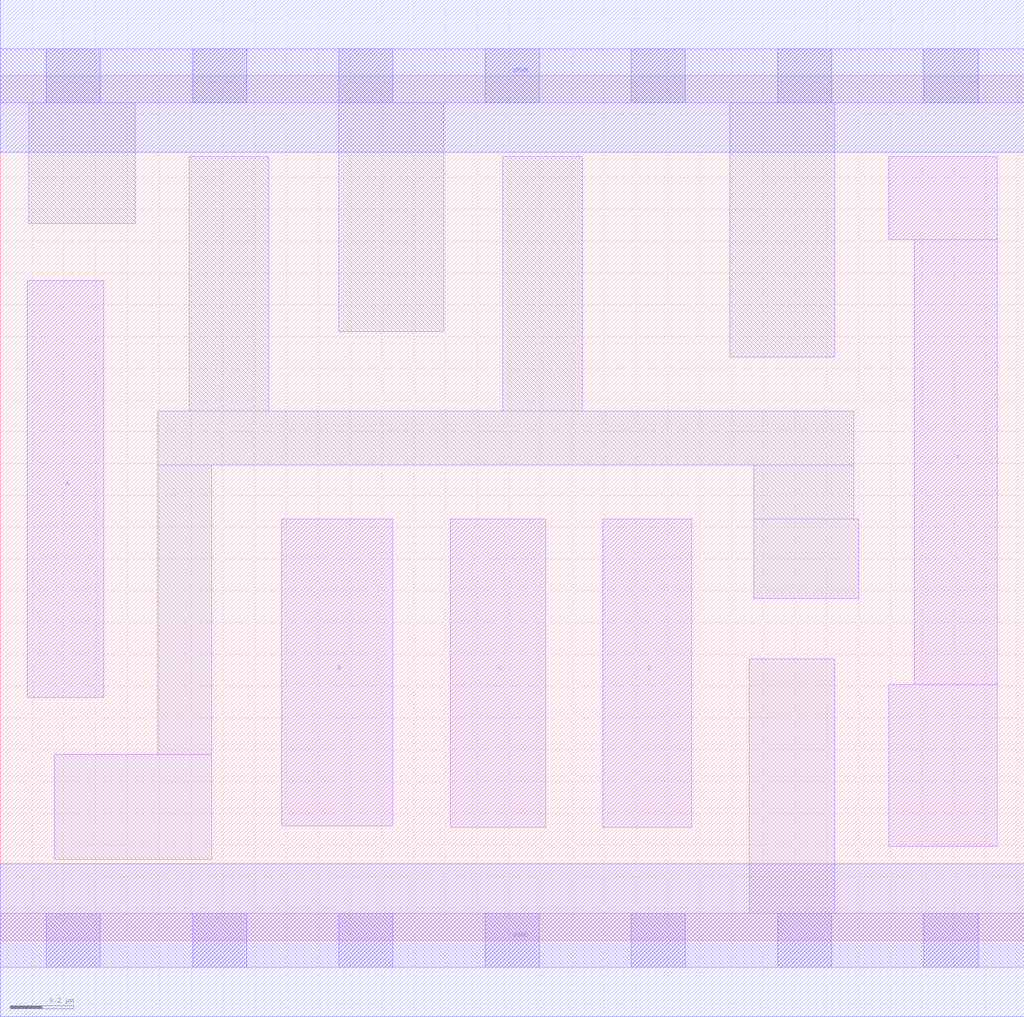
<source format=lef>
# Copyright 2020 The SkyWater PDK Authors
#
# Licensed under the Apache License, Version 2.0 (the "License");
# you may not use this file except in compliance with the License.
# You may obtain a copy of the License at
#
#     https://www.apache.org/licenses/LICENSE-2.0
#
# Unless required by applicable law or agreed to in writing, software
# distributed under the License is distributed on an "AS IS" BASIS,
# WITHOUT WARRANTIES OR CONDITIONS OF ANY KIND, either express or implied.
# See the License for the specific language governing permissions and
# limitations under the License.
#
# SPDX-License-Identifier: Apache-2.0

VERSION 5.7 ;
  NAMESCASESENSITIVE ON ;
  NOWIREEXTENSIONATPIN ON ;
  DIVIDERCHAR "/" ;
  BUSBITCHARS "[]" ;
UNITS
  DATABASE MICRONS 200 ;
END UNITS
MACRO sky130_fd_sc_hd__and4_1
  CLASS CORE ;
  FOREIGN sky130_fd_sc_hd__and4_1 ;
  ORIGIN  0.000000  0.000000 ;
  SIZE  3.220000 BY  2.720000 ;
  SYMMETRY X Y R90 ;
  SITE unithd ;
  PIN A
    ANTENNAGATEAREA  0.126000 ;
    DIRECTION INPUT ;
    USE SIGNAL ;
    PORT
      LAYER li1 ;
        RECT 0.085000 0.765000 0.325000 2.075000 ;
    END
  END A
  PIN B
    ANTENNAGATEAREA  0.126000 ;
    DIRECTION INPUT ;
    USE SIGNAL ;
    PORT
      LAYER li1 ;
        RECT 0.885000 0.360000 1.235000 1.325000 ;
    END
  END B
  PIN C
    ANTENNAGATEAREA  0.126000 ;
    DIRECTION INPUT ;
    USE SIGNAL ;
    PORT
      LAYER li1 ;
        RECT 1.415000 0.355000 1.715000 1.325000 ;
    END
  END C
  PIN D
    ANTENNAGATEAREA  0.126000 ;
    DIRECTION INPUT ;
    USE SIGNAL ;
    PORT
      LAYER li1 ;
        RECT 1.895000 0.355000 2.175000 1.325000 ;
    END
  END D
  PIN X
    ANTENNADIFFAREA  0.429000 ;
    DIRECTION OUTPUT ;
    USE SIGNAL ;
    PORT
      LAYER li1 ;
        RECT 2.795000 0.295000 3.135000 0.805000 ;
        RECT 2.795000 2.205000 3.135000 2.465000 ;
        RECT 2.875000 0.805000 3.135000 2.205000 ;
    END
  END X
  PIN VGND
    DIRECTION INOUT ;
    SHAPE ABUTMENT ;
    USE GROUND ;
    PORT
      LAYER met1 ;
        RECT 0.000000 -0.240000 3.220000 0.240000 ;
    END
  END VGND
  PIN VPWR
    DIRECTION INOUT ;
    SHAPE ABUTMENT ;
    USE POWER ;
    PORT
      LAYER met1 ;
        RECT 0.000000 2.480000 3.220000 2.960000 ;
    END
  END VPWR
  OBS
    LAYER li1 ;
      RECT 0.000000 -0.085000 3.220000 0.085000 ;
      RECT 0.000000  2.635000 3.220000 2.805000 ;
      RECT 0.090000  2.255000 0.425000 2.635000 ;
      RECT 0.170000  0.255000 0.665000 0.585000 ;
      RECT 0.495000  0.585000 0.665000 1.495000 ;
      RECT 0.495000  1.495000 2.685000 1.665000 ;
      RECT 0.595000  1.665000 0.845000 2.465000 ;
      RECT 1.065000  1.915000 1.395000 2.635000 ;
      RECT 1.580000  1.665000 1.830000 2.465000 ;
      RECT 2.295000  1.835000 2.625000 2.635000 ;
      RECT 2.355000  0.085000 2.625000 0.885000 ;
      RECT 2.370000  1.075000 2.700000 1.325000 ;
      RECT 2.370000  1.325000 2.685000 1.495000 ;
    LAYER mcon ;
      RECT 0.145000 -0.085000 0.315000 0.085000 ;
      RECT 0.145000  2.635000 0.315000 2.805000 ;
      RECT 0.605000 -0.085000 0.775000 0.085000 ;
      RECT 0.605000  2.635000 0.775000 2.805000 ;
      RECT 1.065000 -0.085000 1.235000 0.085000 ;
      RECT 1.065000  2.635000 1.235000 2.805000 ;
      RECT 1.525000 -0.085000 1.695000 0.085000 ;
      RECT 1.525000  2.635000 1.695000 2.805000 ;
      RECT 1.985000 -0.085000 2.155000 0.085000 ;
      RECT 1.985000  2.635000 2.155000 2.805000 ;
      RECT 2.445000 -0.085000 2.615000 0.085000 ;
      RECT 2.445000  2.635000 2.615000 2.805000 ;
      RECT 2.905000 -0.085000 3.075000 0.085000 ;
      RECT 2.905000  2.635000 3.075000 2.805000 ;
  END
END sky130_fd_sc_hd__and4_1
END LIBRARY

</source>
